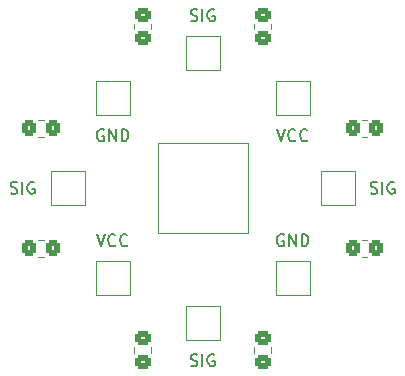
<source format=gbr>
%TF.GenerationSoftware,KiCad,Pcbnew,7.0.7*%
%TF.CreationDate,2024-01-02T00:34:10-08:00*%
%TF.ProjectId,base_connector,62617365-5f63-46f6-9e6e-6563746f722e,rev?*%
%TF.SameCoordinates,Original*%
%TF.FileFunction,Legend,Top*%
%TF.FilePolarity,Positive*%
%FSLAX46Y46*%
G04 Gerber Fmt 4.6, Leading zero omitted, Abs format (unit mm)*
G04 Created by KiCad (PCBNEW 7.0.7) date 2024-01-02 00:34:10*
%MOMM*%
%LPD*%
G01*
G04 APERTURE LIST*
G04 Aperture macros list*
%AMRoundRect*
0 Rectangle with rounded corners*
0 $1 Rounding radius*
0 $2 $3 $4 $5 $6 $7 $8 $9 X,Y pos of 4 corners*
0 Add a 4 corners polygon primitive as box body*
4,1,4,$2,$3,$4,$5,$6,$7,$8,$9,$2,$3,0*
0 Add four circle primitives for the rounded corners*
1,1,$1+$1,$2,$3*
1,1,$1+$1,$4,$5*
1,1,$1+$1,$6,$7*
1,1,$1+$1,$8,$9*
0 Add four rect primitives between the rounded corners*
20,1,$1+$1,$2,$3,$4,$5,0*
20,1,$1+$1,$4,$5,$6,$7,0*
20,1,$1+$1,$6,$7,$8,$9,0*
20,1,$1+$1,$8,$9,$2,$3,0*%
G04 Aperture macros list end*
%ADD10C,0.150000*%
%ADD11C,0.120000*%
%ADD12C,3.200000*%
%ADD13RoundRect,0.250000X0.450000X-0.350000X0.450000X0.350000X-0.450000X0.350000X-0.450000X-0.350000X0*%
%ADD14R,2.500000X2.500000*%
%ADD15RoundRect,0.250000X-0.450000X0.350000X-0.450000X-0.350000X0.450000X-0.350000X0.450000X0.350000X0*%
%ADD16RoundRect,0.250000X-0.350000X-0.450000X0.350000X-0.450000X0.350000X0.450000X-0.350000X0.450000X0*%
%ADD17C,1.524000*%
%ADD18RoundRect,0.250000X0.350000X0.450000X-0.350000X0.450000X-0.350000X-0.450000X0.350000X-0.450000X0*%
G04 APERTURE END LIST*
D10*
X151376191Y-92482200D02*
X151519048Y-92529819D01*
X151519048Y-92529819D02*
X151757143Y-92529819D01*
X151757143Y-92529819D02*
X151852381Y-92482200D01*
X151852381Y-92482200D02*
X151900000Y-92434580D01*
X151900000Y-92434580D02*
X151947619Y-92339342D01*
X151947619Y-92339342D02*
X151947619Y-92244104D01*
X151947619Y-92244104D02*
X151900000Y-92148866D01*
X151900000Y-92148866D02*
X151852381Y-92101247D01*
X151852381Y-92101247D02*
X151757143Y-92053628D01*
X151757143Y-92053628D02*
X151566667Y-92006009D01*
X151566667Y-92006009D02*
X151471429Y-91958390D01*
X151471429Y-91958390D02*
X151423810Y-91910771D01*
X151423810Y-91910771D02*
X151376191Y-91815533D01*
X151376191Y-91815533D02*
X151376191Y-91720295D01*
X151376191Y-91720295D02*
X151423810Y-91625057D01*
X151423810Y-91625057D02*
X151471429Y-91577438D01*
X151471429Y-91577438D02*
X151566667Y-91529819D01*
X151566667Y-91529819D02*
X151804762Y-91529819D01*
X151804762Y-91529819D02*
X151947619Y-91577438D01*
X152376191Y-92529819D02*
X152376191Y-91529819D01*
X153376190Y-91577438D02*
X153280952Y-91529819D01*
X153280952Y-91529819D02*
X153138095Y-91529819D01*
X153138095Y-91529819D02*
X152995238Y-91577438D01*
X152995238Y-91577438D02*
X152900000Y-91672676D01*
X152900000Y-91672676D02*
X152852381Y-91767914D01*
X152852381Y-91767914D02*
X152804762Y-91958390D01*
X152804762Y-91958390D02*
X152804762Y-92101247D01*
X152804762Y-92101247D02*
X152852381Y-92291723D01*
X152852381Y-92291723D02*
X152900000Y-92386961D01*
X152900000Y-92386961D02*
X152995238Y-92482200D01*
X152995238Y-92482200D02*
X153138095Y-92529819D01*
X153138095Y-92529819D02*
X153233333Y-92529819D01*
X153233333Y-92529819D02*
X153376190Y-92482200D01*
X153376190Y-92482200D02*
X153423809Y-92434580D01*
X153423809Y-92434580D02*
X153423809Y-92101247D01*
X153423809Y-92101247D02*
X153233333Y-92101247D01*
X166616191Y-107087200D02*
X166759048Y-107134819D01*
X166759048Y-107134819D02*
X166997143Y-107134819D01*
X166997143Y-107134819D02*
X167092381Y-107087200D01*
X167092381Y-107087200D02*
X167140000Y-107039580D01*
X167140000Y-107039580D02*
X167187619Y-106944342D01*
X167187619Y-106944342D02*
X167187619Y-106849104D01*
X167187619Y-106849104D02*
X167140000Y-106753866D01*
X167140000Y-106753866D02*
X167092381Y-106706247D01*
X167092381Y-106706247D02*
X166997143Y-106658628D01*
X166997143Y-106658628D02*
X166806667Y-106611009D01*
X166806667Y-106611009D02*
X166711429Y-106563390D01*
X166711429Y-106563390D02*
X166663810Y-106515771D01*
X166663810Y-106515771D02*
X166616191Y-106420533D01*
X166616191Y-106420533D02*
X166616191Y-106325295D01*
X166616191Y-106325295D02*
X166663810Y-106230057D01*
X166663810Y-106230057D02*
X166711429Y-106182438D01*
X166711429Y-106182438D02*
X166806667Y-106134819D01*
X166806667Y-106134819D02*
X167044762Y-106134819D01*
X167044762Y-106134819D02*
X167187619Y-106182438D01*
X167616191Y-107134819D02*
X167616191Y-106134819D01*
X168616190Y-106182438D02*
X168520952Y-106134819D01*
X168520952Y-106134819D02*
X168378095Y-106134819D01*
X168378095Y-106134819D02*
X168235238Y-106182438D01*
X168235238Y-106182438D02*
X168140000Y-106277676D01*
X168140000Y-106277676D02*
X168092381Y-106372914D01*
X168092381Y-106372914D02*
X168044762Y-106563390D01*
X168044762Y-106563390D02*
X168044762Y-106706247D01*
X168044762Y-106706247D02*
X168092381Y-106896723D01*
X168092381Y-106896723D02*
X168140000Y-106991961D01*
X168140000Y-106991961D02*
X168235238Y-107087200D01*
X168235238Y-107087200D02*
X168378095Y-107134819D01*
X168378095Y-107134819D02*
X168473333Y-107134819D01*
X168473333Y-107134819D02*
X168616190Y-107087200D01*
X168616190Y-107087200D02*
X168663809Y-107039580D01*
X168663809Y-107039580D02*
X168663809Y-106706247D01*
X168663809Y-106706247D02*
X168473333Y-106706247D01*
X159258095Y-110627438D02*
X159162857Y-110579819D01*
X159162857Y-110579819D02*
X159020000Y-110579819D01*
X159020000Y-110579819D02*
X158877143Y-110627438D01*
X158877143Y-110627438D02*
X158781905Y-110722676D01*
X158781905Y-110722676D02*
X158734286Y-110817914D01*
X158734286Y-110817914D02*
X158686667Y-111008390D01*
X158686667Y-111008390D02*
X158686667Y-111151247D01*
X158686667Y-111151247D02*
X158734286Y-111341723D01*
X158734286Y-111341723D02*
X158781905Y-111436961D01*
X158781905Y-111436961D02*
X158877143Y-111532200D01*
X158877143Y-111532200D02*
X159020000Y-111579819D01*
X159020000Y-111579819D02*
X159115238Y-111579819D01*
X159115238Y-111579819D02*
X159258095Y-111532200D01*
X159258095Y-111532200D02*
X159305714Y-111484580D01*
X159305714Y-111484580D02*
X159305714Y-111151247D01*
X159305714Y-111151247D02*
X159115238Y-111151247D01*
X159734286Y-111579819D02*
X159734286Y-110579819D01*
X159734286Y-110579819D02*
X160305714Y-111579819D01*
X160305714Y-111579819D02*
X160305714Y-110579819D01*
X160781905Y-111579819D02*
X160781905Y-110579819D01*
X160781905Y-110579819D02*
X161020000Y-110579819D01*
X161020000Y-110579819D02*
X161162857Y-110627438D01*
X161162857Y-110627438D02*
X161258095Y-110722676D01*
X161258095Y-110722676D02*
X161305714Y-110817914D01*
X161305714Y-110817914D02*
X161353333Y-111008390D01*
X161353333Y-111008390D02*
X161353333Y-111151247D01*
X161353333Y-111151247D02*
X161305714Y-111341723D01*
X161305714Y-111341723D02*
X161258095Y-111436961D01*
X161258095Y-111436961D02*
X161162857Y-111532200D01*
X161162857Y-111532200D02*
X161020000Y-111579819D01*
X161020000Y-111579819D02*
X160781905Y-111579819D01*
X158686667Y-101689819D02*
X159020000Y-102689819D01*
X159020000Y-102689819D02*
X159353333Y-101689819D01*
X160258095Y-102594580D02*
X160210476Y-102642200D01*
X160210476Y-102642200D02*
X160067619Y-102689819D01*
X160067619Y-102689819D02*
X159972381Y-102689819D01*
X159972381Y-102689819D02*
X159829524Y-102642200D01*
X159829524Y-102642200D02*
X159734286Y-102546961D01*
X159734286Y-102546961D02*
X159686667Y-102451723D01*
X159686667Y-102451723D02*
X159639048Y-102261247D01*
X159639048Y-102261247D02*
X159639048Y-102118390D01*
X159639048Y-102118390D02*
X159686667Y-101927914D01*
X159686667Y-101927914D02*
X159734286Y-101832676D01*
X159734286Y-101832676D02*
X159829524Y-101737438D01*
X159829524Y-101737438D02*
X159972381Y-101689819D01*
X159972381Y-101689819D02*
X160067619Y-101689819D01*
X160067619Y-101689819D02*
X160210476Y-101737438D01*
X160210476Y-101737438D02*
X160258095Y-101785057D01*
X161258095Y-102594580D02*
X161210476Y-102642200D01*
X161210476Y-102642200D02*
X161067619Y-102689819D01*
X161067619Y-102689819D02*
X160972381Y-102689819D01*
X160972381Y-102689819D02*
X160829524Y-102642200D01*
X160829524Y-102642200D02*
X160734286Y-102546961D01*
X160734286Y-102546961D02*
X160686667Y-102451723D01*
X160686667Y-102451723D02*
X160639048Y-102261247D01*
X160639048Y-102261247D02*
X160639048Y-102118390D01*
X160639048Y-102118390D02*
X160686667Y-101927914D01*
X160686667Y-101927914D02*
X160734286Y-101832676D01*
X160734286Y-101832676D02*
X160829524Y-101737438D01*
X160829524Y-101737438D02*
X160972381Y-101689819D01*
X160972381Y-101689819D02*
X161067619Y-101689819D01*
X161067619Y-101689819D02*
X161210476Y-101737438D01*
X161210476Y-101737438D02*
X161258095Y-101785057D01*
X144018095Y-101737438D02*
X143922857Y-101689819D01*
X143922857Y-101689819D02*
X143780000Y-101689819D01*
X143780000Y-101689819D02*
X143637143Y-101737438D01*
X143637143Y-101737438D02*
X143541905Y-101832676D01*
X143541905Y-101832676D02*
X143494286Y-101927914D01*
X143494286Y-101927914D02*
X143446667Y-102118390D01*
X143446667Y-102118390D02*
X143446667Y-102261247D01*
X143446667Y-102261247D02*
X143494286Y-102451723D01*
X143494286Y-102451723D02*
X143541905Y-102546961D01*
X143541905Y-102546961D02*
X143637143Y-102642200D01*
X143637143Y-102642200D02*
X143780000Y-102689819D01*
X143780000Y-102689819D02*
X143875238Y-102689819D01*
X143875238Y-102689819D02*
X144018095Y-102642200D01*
X144018095Y-102642200D02*
X144065714Y-102594580D01*
X144065714Y-102594580D02*
X144065714Y-102261247D01*
X144065714Y-102261247D02*
X143875238Y-102261247D01*
X144494286Y-102689819D02*
X144494286Y-101689819D01*
X144494286Y-101689819D02*
X145065714Y-102689819D01*
X145065714Y-102689819D02*
X145065714Y-101689819D01*
X145541905Y-102689819D02*
X145541905Y-101689819D01*
X145541905Y-101689819D02*
X145780000Y-101689819D01*
X145780000Y-101689819D02*
X145922857Y-101737438D01*
X145922857Y-101737438D02*
X146018095Y-101832676D01*
X146018095Y-101832676D02*
X146065714Y-101927914D01*
X146065714Y-101927914D02*
X146113333Y-102118390D01*
X146113333Y-102118390D02*
X146113333Y-102261247D01*
X146113333Y-102261247D02*
X146065714Y-102451723D01*
X146065714Y-102451723D02*
X146018095Y-102546961D01*
X146018095Y-102546961D02*
X145922857Y-102642200D01*
X145922857Y-102642200D02*
X145780000Y-102689819D01*
X145780000Y-102689819D02*
X145541905Y-102689819D01*
X136136191Y-107087200D02*
X136279048Y-107134819D01*
X136279048Y-107134819D02*
X136517143Y-107134819D01*
X136517143Y-107134819D02*
X136612381Y-107087200D01*
X136612381Y-107087200D02*
X136660000Y-107039580D01*
X136660000Y-107039580D02*
X136707619Y-106944342D01*
X136707619Y-106944342D02*
X136707619Y-106849104D01*
X136707619Y-106849104D02*
X136660000Y-106753866D01*
X136660000Y-106753866D02*
X136612381Y-106706247D01*
X136612381Y-106706247D02*
X136517143Y-106658628D01*
X136517143Y-106658628D02*
X136326667Y-106611009D01*
X136326667Y-106611009D02*
X136231429Y-106563390D01*
X136231429Y-106563390D02*
X136183810Y-106515771D01*
X136183810Y-106515771D02*
X136136191Y-106420533D01*
X136136191Y-106420533D02*
X136136191Y-106325295D01*
X136136191Y-106325295D02*
X136183810Y-106230057D01*
X136183810Y-106230057D02*
X136231429Y-106182438D01*
X136231429Y-106182438D02*
X136326667Y-106134819D01*
X136326667Y-106134819D02*
X136564762Y-106134819D01*
X136564762Y-106134819D02*
X136707619Y-106182438D01*
X137136191Y-107134819D02*
X137136191Y-106134819D01*
X138136190Y-106182438D02*
X138040952Y-106134819D01*
X138040952Y-106134819D02*
X137898095Y-106134819D01*
X137898095Y-106134819D02*
X137755238Y-106182438D01*
X137755238Y-106182438D02*
X137660000Y-106277676D01*
X137660000Y-106277676D02*
X137612381Y-106372914D01*
X137612381Y-106372914D02*
X137564762Y-106563390D01*
X137564762Y-106563390D02*
X137564762Y-106706247D01*
X137564762Y-106706247D02*
X137612381Y-106896723D01*
X137612381Y-106896723D02*
X137660000Y-106991961D01*
X137660000Y-106991961D02*
X137755238Y-107087200D01*
X137755238Y-107087200D02*
X137898095Y-107134819D01*
X137898095Y-107134819D02*
X137993333Y-107134819D01*
X137993333Y-107134819D02*
X138136190Y-107087200D01*
X138136190Y-107087200D02*
X138183809Y-107039580D01*
X138183809Y-107039580D02*
X138183809Y-106706247D01*
X138183809Y-106706247D02*
X137993333Y-106706247D01*
X151376191Y-121692200D02*
X151519048Y-121739819D01*
X151519048Y-121739819D02*
X151757143Y-121739819D01*
X151757143Y-121739819D02*
X151852381Y-121692200D01*
X151852381Y-121692200D02*
X151900000Y-121644580D01*
X151900000Y-121644580D02*
X151947619Y-121549342D01*
X151947619Y-121549342D02*
X151947619Y-121454104D01*
X151947619Y-121454104D02*
X151900000Y-121358866D01*
X151900000Y-121358866D02*
X151852381Y-121311247D01*
X151852381Y-121311247D02*
X151757143Y-121263628D01*
X151757143Y-121263628D02*
X151566667Y-121216009D01*
X151566667Y-121216009D02*
X151471429Y-121168390D01*
X151471429Y-121168390D02*
X151423810Y-121120771D01*
X151423810Y-121120771D02*
X151376191Y-121025533D01*
X151376191Y-121025533D02*
X151376191Y-120930295D01*
X151376191Y-120930295D02*
X151423810Y-120835057D01*
X151423810Y-120835057D02*
X151471429Y-120787438D01*
X151471429Y-120787438D02*
X151566667Y-120739819D01*
X151566667Y-120739819D02*
X151804762Y-120739819D01*
X151804762Y-120739819D02*
X151947619Y-120787438D01*
X152376191Y-121739819D02*
X152376191Y-120739819D01*
X153376190Y-120787438D02*
X153280952Y-120739819D01*
X153280952Y-120739819D02*
X153138095Y-120739819D01*
X153138095Y-120739819D02*
X152995238Y-120787438D01*
X152995238Y-120787438D02*
X152900000Y-120882676D01*
X152900000Y-120882676D02*
X152852381Y-120977914D01*
X152852381Y-120977914D02*
X152804762Y-121168390D01*
X152804762Y-121168390D02*
X152804762Y-121311247D01*
X152804762Y-121311247D02*
X152852381Y-121501723D01*
X152852381Y-121501723D02*
X152900000Y-121596961D01*
X152900000Y-121596961D02*
X152995238Y-121692200D01*
X152995238Y-121692200D02*
X153138095Y-121739819D01*
X153138095Y-121739819D02*
X153233333Y-121739819D01*
X153233333Y-121739819D02*
X153376190Y-121692200D01*
X153376190Y-121692200D02*
X153423809Y-121644580D01*
X153423809Y-121644580D02*
X153423809Y-121311247D01*
X153423809Y-121311247D02*
X153233333Y-121311247D01*
X143446667Y-110579819D02*
X143780000Y-111579819D01*
X143780000Y-111579819D02*
X144113333Y-110579819D01*
X145018095Y-111484580D02*
X144970476Y-111532200D01*
X144970476Y-111532200D02*
X144827619Y-111579819D01*
X144827619Y-111579819D02*
X144732381Y-111579819D01*
X144732381Y-111579819D02*
X144589524Y-111532200D01*
X144589524Y-111532200D02*
X144494286Y-111436961D01*
X144494286Y-111436961D02*
X144446667Y-111341723D01*
X144446667Y-111341723D02*
X144399048Y-111151247D01*
X144399048Y-111151247D02*
X144399048Y-111008390D01*
X144399048Y-111008390D02*
X144446667Y-110817914D01*
X144446667Y-110817914D02*
X144494286Y-110722676D01*
X144494286Y-110722676D02*
X144589524Y-110627438D01*
X144589524Y-110627438D02*
X144732381Y-110579819D01*
X144732381Y-110579819D02*
X144827619Y-110579819D01*
X144827619Y-110579819D02*
X144970476Y-110627438D01*
X144970476Y-110627438D02*
X145018095Y-110675057D01*
X146018095Y-111484580D02*
X145970476Y-111532200D01*
X145970476Y-111532200D02*
X145827619Y-111579819D01*
X145827619Y-111579819D02*
X145732381Y-111579819D01*
X145732381Y-111579819D02*
X145589524Y-111532200D01*
X145589524Y-111532200D02*
X145494286Y-111436961D01*
X145494286Y-111436961D02*
X145446667Y-111341723D01*
X145446667Y-111341723D02*
X145399048Y-111151247D01*
X145399048Y-111151247D02*
X145399048Y-111008390D01*
X145399048Y-111008390D02*
X145446667Y-110817914D01*
X145446667Y-110817914D02*
X145494286Y-110722676D01*
X145494286Y-110722676D02*
X145589524Y-110627438D01*
X145589524Y-110627438D02*
X145732381Y-110579819D01*
X145732381Y-110579819D02*
X145827619Y-110579819D01*
X145827619Y-110579819D02*
X145970476Y-110627438D01*
X145970476Y-110627438D02*
X146018095Y-110675057D01*
D11*
%TO.C,R8*%
X156745000Y-120607064D02*
X156745000Y-120152936D01*
X158215000Y-120607064D02*
X158215000Y-120152936D01*
%TO.C,TP5*%
X158570000Y-97610000D02*
X161470000Y-97610000D01*
X158570000Y-100510000D02*
X158570000Y-97610000D01*
X161470000Y-97610000D02*
X161470000Y-100510000D01*
X161470000Y-100510000D02*
X158570000Y-100510000D01*
%TO.C,TP1*%
X150950000Y-93800000D02*
X153850000Y-93800000D01*
X150950000Y-96700000D02*
X150950000Y-93800000D01*
X153850000Y-93800000D02*
X153850000Y-96700000D01*
X153850000Y-96700000D02*
X150950000Y-96700000D01*
%TO.C,TP7*%
X158570000Y-112850000D02*
X161470000Y-112850000D01*
X158570000Y-115750000D02*
X158570000Y-112850000D01*
X161470000Y-112850000D02*
X161470000Y-115750000D01*
X161470000Y-115750000D02*
X158570000Y-115750000D01*
%TO.C,R7*%
X148055000Y-120152936D02*
X148055000Y-120607064D01*
X146585000Y-120152936D02*
X146585000Y-120607064D01*
%TO.C,R2*%
X165872936Y-100865000D02*
X166327064Y-100865000D01*
X165872936Y-102335000D02*
X166327064Y-102335000D01*
%TO.C,U1*%
X148590000Y-102870000D02*
X156210000Y-102870000D01*
X156210000Y-102870000D02*
X156210000Y-110490000D01*
X156210000Y-110490000D02*
X148590000Y-110490000D01*
X148590000Y-110490000D02*
X148590000Y-102870000D01*
%TO.C,R5*%
X156745000Y-93207064D02*
X156745000Y-92752936D01*
X158215000Y-93207064D02*
X158215000Y-92752936D01*
%TO.C,TP4*%
X162380000Y-105230000D02*
X165280000Y-105230000D01*
X162380000Y-108130000D02*
X162380000Y-105230000D01*
X165280000Y-105230000D02*
X165280000Y-108130000D01*
X165280000Y-108130000D02*
X162380000Y-108130000D01*
%TO.C,TP6*%
X143330000Y-112850000D02*
X146230000Y-112850000D01*
X143330000Y-115750000D02*
X143330000Y-112850000D01*
X146230000Y-112850000D02*
X146230000Y-115750000D01*
X146230000Y-115750000D02*
X143330000Y-115750000D01*
%TO.C,TP3*%
X150950000Y-116660000D02*
X153850000Y-116660000D01*
X150950000Y-119560000D02*
X150950000Y-116660000D01*
X153850000Y-116660000D02*
X153850000Y-119560000D01*
X153850000Y-119560000D02*
X150950000Y-119560000D01*
%TO.C,R4*%
X138472936Y-100865000D02*
X138927064Y-100865000D01*
X138472936Y-102335000D02*
X138927064Y-102335000D01*
%TO.C,TP8*%
X143330000Y-97610000D02*
X146230000Y-97610000D01*
X143330000Y-100510000D02*
X143330000Y-97610000D01*
X146230000Y-97610000D02*
X146230000Y-100510000D01*
X146230000Y-100510000D02*
X143330000Y-100510000D01*
%TO.C,R1*%
X166327064Y-112495000D02*
X165872936Y-112495000D01*
X166327064Y-111025000D02*
X165872936Y-111025000D01*
%TO.C,TP2*%
X139520000Y-105230000D02*
X142420000Y-105230000D01*
X139520000Y-108130000D02*
X139520000Y-105230000D01*
X142420000Y-105230000D02*
X142420000Y-108130000D01*
X142420000Y-108130000D02*
X139520000Y-108130000D01*
%TO.C,R3*%
X138927064Y-112495000D02*
X138472936Y-112495000D01*
X138927064Y-111025000D02*
X138472936Y-111025000D01*
%TO.C,R6*%
X148055000Y-92752936D02*
X148055000Y-93207064D01*
X146585000Y-92752936D02*
X146585000Y-93207064D01*
%TD*%
%LPC*%
D12*
%TO.C,H2*%
X138430000Y-92710000D03*
%TD*%
D13*
%TO.C,R8*%
X157480000Y-121380000D03*
X157480000Y-119380000D03*
%TD*%
D14*
%TO.C,TP5*%
X160020000Y-99060000D03*
%TD*%
%TO.C,TP1*%
X152400000Y-95250000D03*
%TD*%
%TO.C,TP7*%
X160020000Y-114300000D03*
%TD*%
D12*
%TO.C,H1*%
X166370000Y-92710000D03*
%TD*%
D15*
%TO.C,R7*%
X147320000Y-119380000D03*
X147320000Y-121380000D03*
%TD*%
D12*
%TO.C,H4*%
X138430000Y-120650000D03*
%TD*%
D16*
%TO.C,R2*%
X165100000Y-101600000D03*
X167100000Y-101600000D03*
%TD*%
D17*
%TO.C,U1*%
X152400000Y-104140000D03*
X154940000Y-106680000D03*
X152400000Y-109220000D03*
X149860000Y-106680000D03*
X152400000Y-106680000D03*
X149860000Y-104140000D03*
X149860000Y-109220000D03*
X154940000Y-104140000D03*
X154940000Y-109220000D03*
%TD*%
D13*
%TO.C,R5*%
X157480000Y-93980000D03*
X157480000Y-91980000D03*
%TD*%
D14*
%TO.C,TP4*%
X163830000Y-106680000D03*
%TD*%
%TO.C,TP6*%
X144780000Y-114300000D03*
%TD*%
%TO.C,TP3*%
X152400000Y-118110000D03*
%TD*%
D16*
%TO.C,R4*%
X137700000Y-101600000D03*
X139700000Y-101600000D03*
%TD*%
D14*
%TO.C,TP8*%
X144780000Y-99060000D03*
%TD*%
D18*
%TO.C,R1*%
X167100000Y-111760000D03*
X165100000Y-111760000D03*
%TD*%
D12*
%TO.C,H3*%
X166370000Y-120650000D03*
%TD*%
D14*
%TO.C,TP2*%
X140970000Y-106680000D03*
%TD*%
D18*
%TO.C,R3*%
X139700000Y-111760000D03*
X137700000Y-111760000D03*
%TD*%
D15*
%TO.C,R6*%
X147320000Y-91980000D03*
X147320000Y-93980000D03*
%TD*%
%LPD*%
M02*

</source>
